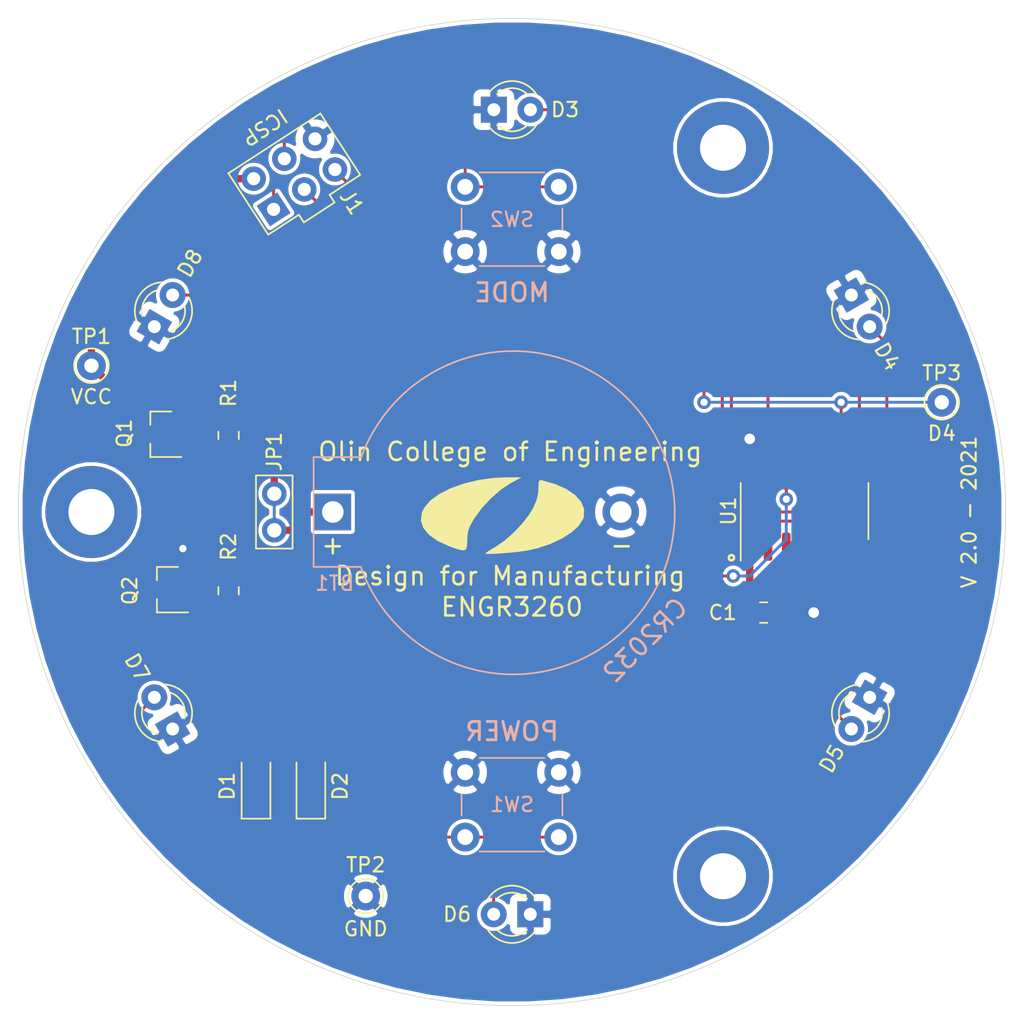
<source format=kicad_pcb>
(kicad_pcb (version 20211014) (generator pcbnew)
  (layers (0 "F.Cu" signal) (31 "B.Cu" signal) (35 "F.Paste" user) (36 "B.SilkS" user "B.Silkscreen") (37 "F.SilkS" user "F.Silkscreen") (38 "B.Mask" user) (39 "F.Mask" user) (44 "Edge.Cuts" user))
  (net 0 "")
  (net 1 "GND")
  (net 2 "Net-(D1-Pad2)")
  (net 3 "Net-(BT1-Pad1)")
  (net 4 "VCC")
  (net 5 "Net-(D1-Pad1)")
  (net 6 "POWER_BUTTON")
  (net 7 "Net-(JP1-Pad2)")
  (net 8 "KEEP_POWER_ON")
  (net 9 "~{RST}")
  (net 10 "MOSI")
  (net 11 "SCK")
  (net 12 "MISO")
  (net 13 "LED_1")
  (net 14 "LED_2")
  (net 15 "LED_3")
  (net 16 "LED_4")
  (net 17 "LED_5")
  (net 18 "LED_6")
  (footprint "@CustomFootprints:Jumper-Closed" (layer "F.Cu") (at -16.51 0 -90)
    (fp_text reference "JP1" (at -4.191 0 90) (layer "F.SilkS"))
    (fp_text value "Jumper_NC_Small")
    (fp_line (start -1.27 0) (end 1.27 0) (layer "B.Cu") (width 0.2032))
    (fp_line (start 2.54 1.27) (end 2.54 -1.27) (layer "F.SilkS") (width 0.12))
    (fp_line (start -2.54 -1.27) (end -2.54 1.27) (layer "F.SilkS") (width 0.12))
    (fp_line (start -2.54 1.27) (end 2.54 1.27) (layer "F.SilkS") (width 0.12))
    (fp_line (start 2.54 -1.27) (end -2.54 -1.27) (layer "F.SilkS") (width 0.12))
    (pad "1" thru_hole circle locked (at 1.27 0 270) (size 1.7018 1.7018) (drill 0.999998) (layers *.Cu *.Mask) (net 3 "Net-(BT1-Pad1)"))
    (pad "2" thru_hole circle locked (at -1.27 0 270) (size 1.7018 1.7018) (drill 0.999998) (layers *.Cu *.Mask) (net 7 "Net-(JP1-Pad2)"))
  )
  (footprint "Diode_SMD:D_SOD-123" (layer "F.Cu") (at -17.78 19.05 90)
    (fp_text reference "D1" (at 0 -2 90) (layer "F.SilkS"))
    (fp_text value "1N4148")
    (fp_line (start -2.25 -1) (end -2.25 1) (layer "F.SilkS") (width 0.12))
    (fp_line (start -2.25 -1) (end 1.65 -1) (layer "F.SilkS") (width 0.12))
    (fp_line (start -2.25 1) (end 1.65 1) (layer "F.SilkS") (width 0.12))
    (pad "1" smd rect locked (at -1.65 0 90) (size 0.9 1.2) (layers "F.Cu" "F.Paste" "F.Mask") (net 5 "Net-(D1-Pad1)"))
    (pad "2" smd rect locked (at 1.65 0 90) (size 0.9 1.2) (layers "F.Cu" "F.Paste" "F.Mask") (net 2 "Net-(D1-Pad2)"))
  )
  (footprint "Diode_SMD:D_SOD-123" (layer "F.Cu") (at -13.97 19.05 90)
    (fp_text reference "D2" (at 0 2.032 90) (layer "F.SilkS"))
    (fp_text value "1N4148")
    (fp_line (start -2.25 -1) (end 1.65 -1) (layer "F.SilkS") (width 0.12))
    (fp_line (start -2.25 -1) (end -2.25 1) (layer "F.SilkS") (width 0.12))
    (fp_line (start -2.25 1) (end 1.65 1) (layer "F.SilkS") (width 0.12))
    (pad "1" smd rect locked (at -1.65 0 90) (size 0.9 1.2) (layers "F.Cu" "F.Paste" "F.Mask") (net 5 "Net-(D1-Pad1)"))
    (pad "2" smd rect locked (at 1.65 0 90) (size 0.9 1.2) (layers "F.Cu" "F.Paste" "F.Mask") (net 6 "POWER_BUTTON"))
  )
  (footprint "@CustomFootprints:LED_D3.0mm" (layer "F.Cu") (at 0.009 -27.94)
    (fp_text reference "D3" (at 3.674 0) (layer "F.SilkS"))
    (fp_text value "White LED")
    (fp_line (start -1.56 1.08) (end -1.56 1.236) (layer "F.SilkS") (width 0.12))
    (fp_line (start -1.56 -1.236) (end -1.56 -1.08) (layer "F.SilkS") (width 0.12))
    (fp_arc (start -1.56 -1.235516) (mid 0.096487 -1.987659) (end 1.672335 -1.078608) (layer "F.SilkS") (width 0.12))
    (fp_arc (start -1.040961 -1.08) (mid 0.000117 -1.5) (end 1.04113 -1.079837) (layer "F.SilkS") (width 0.12))
    (fp_arc (start 1.672335 1.078608) (mid 0.096487 1.987659) (end -1.56 1.235516) (layer "F.SilkS") (width 0.12))
    (fp_arc (start 1.04113 1.079837) (mid 0.000117 1.5) (end -1.040961 1.08) (layer "F.SilkS") (width 0.12))
    (pad "1" thru_hole rect locked (at -1.27 0) (size 1.8 1.8) (drill 0.9) (layers *.Cu *.Mask) (net 1 "GND"))
    (pad "2" thru_hole circle locked (at 1.27 0) (size 1.8 1.8) (drill 0.9) (layers *.Cu *.Mask) (net 13 "LED_1"))
  )
  (footprint "@CustomFootprints:LED_D3.0mm" (layer "F.Cu") (at 24.2062 -13.97 -60)
    (fp_text reference "D4" (at 3.664031 0.003713 120) (layer "F.SilkS"))
    (fp_text value "White LED")
    (fp_line (start -1.56 1.08) (end -1.56 1.236) (layer "F.SilkS") (width 0.12))
    (fp_line (start -1.56 -1.236) (end -1.56 -1.08) (layer "F.SilkS") (width 0.12))
    (fp_arc (start 1.672335 1.078608) (mid 0.096487 1.987659) (end -1.56 1.235516) (layer "F.SilkS") (width 0.12))
    (fp_arc (start -1.040961 -1.08) (mid 0.000118 -1.5) (end 1.04113 -1.079837) (layer "F.SilkS") (width 0.12))
    (fp_arc (start 1.04113 1.079837) (mid 0.000117 1.5) (end -1.040961 1.08) (layer "F.SilkS") (width 0.12))
    (fp_arc (start -1.56 -1.235516) (mid 0.096488 -1.987659) (end 1.672335 -1.078608) (layer "F.SilkS") (width 0.12))
    (pad "1" thru_hole rect locked (at -1.27 0 300) (size 1.8 1.8) (drill 0.9) (layers *.Cu *.Mask) (net 1 "GND"))
    (pad "2" thru_hole circle locked (at 1.27 0 300) (size 1.8 1.8) (drill 0.9) (layers *.Cu *.Mask) (net 14 "LED_2"))
  )
  (footprint "Resistor_SMD:R_0805_2012Metric_Pad1.15x1.40mm_HandSolder" (layer "F.Cu") (at -19.685 -5.325 90)
    (fp_text reference "R1" (at 2.93 0 90) (layer "F.SilkS"))
    (fp_text value "680K")
    (fp_line (start -0.261252 0.71) (end 0.261252 0.71) (layer "F.SilkS") (width 0.12))
    (fp_line (start -0.261252 -0.71) (end 0.261252 -0.71) (layer "F.SilkS") (width 0.12))
    (pad "1" smd roundrect locked (at -1.025 0 90) (size 1.15 1.4) (layers "F.Cu" "F.Paste" "F.Mask") (roundrect_rratio 0.2173904348) (net 2 "Net-(D1-Pad2)"))
    (pad "2" smd roundrect locked (at 1.025 0 90) (size 1.15 1.4) (layers "F.Cu" "F.Paste" "F.Mask") (roundrect_rratio 0.2173904348) (net 7 "Net-(JP1-Pad2)"))
  )
  (footprint "TestPoint:TestPoint_THTPad_D2.0mm_Drill1.0mm" (layer "F.Cu") (at -29.21 -10.16)
    (fp_text reference "TP1" (at 0 -2.032) (layer "F.SilkS"))
    (fp_text value "VCCTestPoint")
    (fp_circle (center 0 0) (end 0 1.2) (layer "F.SilkS") (width 0.12) (fill none))
    (pad "1" thru_hole circle locked (at 0 0) (size 2 2) (drill 1) (layers *.Cu *.Mask) (net 4 "VCC"))
  )
  (footprint "TestPoint:TestPoint_THTPad_D2.0mm_Drill1.0mm" (layer "F.Cu") (at -10.16 26.67)
    (fp_text reference "TP2" (at 0 -2.159) (layer "F.SilkS"))
    (fp_text value "GndTestPoint")
    (fp_circle (center 0 0) (end 0 1.2) (layer "F.SilkS") (width 0.12) (fill none))
    (pad "1" thru_hole circle locked (at 0 0) (size 2 2) (drill 1) (layers *.Cu *.Mask) (net 1 "GND"))
  )
  (footprint "Package_SO:SOIC-14_3.9x8.7mm_P1.27mm" (layer "F.Cu") (at 20.32 -0.065 90)
    (fp_text reference "U1" (at 0 -5.28 90) (layer "F.SilkS"))
    (fp_text value "ATtiny44A-SSU")
    (fp_line (start 0 4.435) (end -1.95 4.435) (layer "F.SilkS") (width 0.12))
    (fp_line (start 0 -4.435) (end 1.95 -4.435) (layer "F.SilkS") (width 0.12))
    (fp_line (start 0 4.435) (end 1.95 4.435) (layer "F.SilkS") (width 0.12))
    (fp_line (start 0 -4.435) (end -3.45 -4.435) (layer "F.SilkS") (width 0.12))
    (pad "1" smd roundrect locked (at -2.475 -3.81 90) (size 1.95 0.6) (layers "F.Cu" "F.Paste" "F.Mask") (net 4 "VCC"))
    (pad "2" smd roundrect locked (at -2.475 -2.54 90) (size 1.95 0.6) (layers "F.Cu" "F.Paste" "F.Mask") (net 18 "LED_6"))
    (pad "3" smd roundrect locked (at -2.475 -1.27 90) (size 1.95 0.6) (layers "F.Cu" "F.Paste" "F.Mask") (net 6 "POWER_BUTTON"))
    (pad "4" smd roundrect locked (at -2.475 0 90) (size 1.95 0.6) (layers "F.Cu" "F.Paste" "F.Mask") (net 9 "~{RST}"))
    (pad "5" smd roundrect locked (at -2.475 1.27 90) (size 1.95 0.6) (layers "F.Cu" "F.Paste" "F.Mask") (net 16 "LED_4"))
    (pad "6" smd roundrect locked (at -2.475 2.54 90) (size 1.95 0.6) (layers "F.Cu" "F.Paste" "F.Mask") (net 15 "LED_3"))
    (pad "7" smd roundrect locked (at -2.475 3.81 90) (size 1.95 0.6) (layers "F.Cu" "F.Paste" "F.Mask") (net 10 "MOSI"))
    (pad "8" smd roundrect locked (at 2.475 3.81 90) (size 1.95 0.6) (layers "F.Cu" "F.Paste" "F.Mask") (net 12 "MISO"))
    (pad "9" smd roundrect locked (at 2.475 2.54 90) (size 1.95 0.6) (layers "F.Cu" "F.Paste" "F.Mask") (net 11 "SCK"))
    (pad "10" smd roundrect locked (at 2.475 1.27 90) (size 1.95 0.6) (layers "F.Cu" "F.Paste" "F.Mask") (net 14 "LED_2"))
    (pad "11" smd roundrect locked (at 2.475 0 90) (size 1.95 0.6) (layers "F.Cu" "F.Paste" "F.Mask") (net 17 "LED_5"))
    (pad "12" smd roundrect locked (at 2.475 -1.27 90) (size 1.95 0.6) (layers "F.Cu" "F.Paste" "F.Mask") (net 8 "KEEP_POWER_ON"))
    (pad "13" smd roundrect locked (at 2.475 -2.54 90) (size 1.95 0.6) (layers "F.Cu" "F.Paste" "F.Mask") (net 13 "LED_1"))
    (pad "14" smd roundrect locked (at 2.475 -3.81 90) (size 1.95 0.6) (layers "F.Cu" "F.Paste" "F.Mask") (net 1 "GND"))
  )
  (footprint "Resistor_SMD:R_0805_2012Metric_Pad1.15x1.40mm_HandSolder" (layer "F.Cu") (at -19.685 5.47 90)
    (fp_text reference "R2" (at 3.057 0 90) (layer "F.SilkS"))
    (fp_text value "680K")
    (fp_line (start -0.261252 -0.71) (end 0.261252 -0.71) (layer "F.SilkS") (width 0.12))
    (fp_line (start -0.261252 0.71) (end 0.261252 0.71) (layer "F.SilkS") (width 0.12))
    (pad "1" smd roundrect locked (at -1.025 0 90) (size 1.15 1.4) (layers "F.Cu" "F.Paste" "F.Mask") (roundrect_rratio 0.2173904348) (net 8 "KEEP_POWER_ON"))
    (pad "2" smd roundrect locked (at 1.025 0 90) (size 1.15 1.4) (layers "F.Cu" "F.Paste" "F.Mask") (roundrect_rratio 0.2173904348) (net 1 "GND"))
  )
  (footprint "Package_TO_SOT_SMD:SOT-23" (layer "F.Cu") (at -24.36 -5.4 180)
    (fp_text reference "Q1" (at 2.564 0.061 90) (layer "F.SilkS"))
    (fp_text value "IRLML2244")
    (fp_line (start 0.76 1.58) (end -0.7 1.58) (layer "F.SilkS") (width 0.12))
    (fp_line (start 0.76 -1.58) (end 0.76 -0.65) (layer "F.SilkS") (width 0.12))
    (fp_line (start 0.76 -1.58) (end -1.4 -1.58) (layer "F.SilkS") (width 0.12))
    (fp_line (start 0.76 1.58) (end 0.76 0.65) (layer "F.SilkS") (width 0.12))
    (pad "1" smd rect locked (at -1 -0.95 180) (size 0.9 0.8) (layers "F.Cu" "F.Paste" "F.Mask") (net 2 "Net-(D1-Pad2)"))
    (pad "2" smd rect locked (at -1 0.95 180) (size 0.9 0.8) (layers "F.Cu" "F.Paste" "F.Mask") (net 7 "Net-(JP1-Pad2)"))
    (pad "3" smd rect locked (at 1 0 180) (size 0.9 0.8) (layers "F.Cu" "F.Paste" "F.Mask") (net 4 "VCC"))
  )
  (footprint "TestPoint:TestPoint_THTPad_D2.0mm_Drill1.0mm" (layer "F.Cu") (at 29.845 -7.62)
    (fp_text reference "TP3" (at 0 -2.032) (layer "F.SilkS"))
    (fp_text value "D8TestPoint")
    (fp_circle (center 0 0) (end 0 1.2) (layer "F.SilkS") (width 0.12) (fill none))
    (pad "1" thru_hole circle locked (at 0 0) (size 2 2) (drill 1) (layers *.Cu *.Mask) (net 11 "SCK"))
  )
  (footprint "@CustomFootprints:LED_D3.0mm" (layer "F.Cu") (at 0 27.94 180)
    (fp_text reference "D6" (at 3.81 0) (layer "F.SilkS"))
    (fp_text value "White LED")
    (fp_line (start -1.56 -1.236) (end -1.56 -1.08) (layer "F.SilkS") (width 0.12))
    (fp_line (start -1.56 1.08) (end -1.56 1.236) (layer "F.SilkS") (width 0.12))
    (fp_arc (start 1.04113 1.079837) (mid 0.000117 1.5) (end -1.040961 1.08) (layer "F.SilkS") (width 0.12))
    (fp_arc (start -1.56 -1.235516) (mid 0.096487 -1.987659) (end 1.672335 -1.078608) (layer "F.SilkS") (width 0.12))
    (fp_arc (start -1.040961 -1.08) (mid 0.000117 -1.5) (end 1.04113 -1.079837) (layer "F.SilkS") (width 0.12))
    (fp_arc (start 1.672335 1.078608) (mid 0.096487 1.987659) (end -1.56 1.235516) (layer "F.SilkS") (width 0.12))
    (pad "1" thru_hole rect locked (at -1.27 0 180) (size 1.8 1.8) (drill 0.9) (layers *.Cu *.Mask) (net 1 "GND"))
    (pad "2" thru_hole circle locked (at 1.27 0 180) (size 1.8 1.8) (drill 0.9) (layers *.Cu *.Mask) (net 16 "LED_4"))
  )
  (footprint "@CustomFootprints:LED_D3.0mm" (layer "F.Cu") (at -24.2062 13.97 120)
    (fp_text reference "D7" (at 3.664031 0.003713 120) (layer "F.SilkS"))
    (fp_text value "White LED")
    (fp_line (start -1.56 1.08) (end -1.56 1.236) (layer "F.SilkS") (width 0.12))
    (fp_line (start -1.56 -1.236) (end -1.56 -1.08) (layer "F.SilkS") (width 0.12))
    (fp_arc (start 1.04113 1.079837) (mid 0.000117 1.5) (end -1.040961 1.08) (layer "F.SilkS") (width 0.12))
    (fp_arc (start -1.040961 -1.08) (mid 0.000118 -1.5) (end 1.04113 -1.079837) (layer "F.SilkS") (width 0.12))
    (fp_arc (start -1.56 -1.235516) (mid 0.096488 -1.987659) (end 1.672335 -1.078608) (layer "F.SilkS") (width 0.12))
    (fp_arc (start 1.672335 1.078608) (mid 0.096487 1.987659) (end -1.56 1.235516) (layer "F.SilkS") (width 0.12))
    (pad "1" thru_hole rect locked (at -1.27 0 120) (size 1.8 1.8) (drill 0.9) (layers *.Cu *.Mask) (net 1 "GND"))
    (pad "2" thru_hole circle locked (at 1.27 0 120) (size 1.8 1.8) (drill 0.9) (layers *.Cu *.Mask) (net 17 "LED_5"))
  )
  (footprint "@CustomFootprints:LED_D3.0mm" (layer "F.Cu") (at -24.2062 -13.97 60)
    (fp_text reference "D8" (at 3.786716 -0.045216 60) (layer "F.SilkS"))
    (fp_text value "White LED")
    (fp_line (start -1.56 -1.236) (end -1.56 -1.08) (layer "F.SilkS") (width 0.12))
    (fp_line (start -1.56 1.08) (end -1.56 1.236) (layer "F.SilkS") (width 0.12))
    (fp_arc (start 1.672335 1.078608) (mid 0.096487 1.987659) (end -1.56 1.235516) (layer "F.SilkS") (width 0.12))
    (fp_arc (start -1.56 -1.235516) (mid 0.096488 -1.987659) (end 1.672335 -1.078608) (layer "F.SilkS") (width 0.12))
    (fp_arc (start 1.04113 1.079837) (mid 0.000117 1.5) (end -1.040961 1.08) (layer "F.SilkS") (width 0.12))
    (fp_arc (start -1.040961 -1.08) (mid 0.000118 -1.5) (end 1.04113 -1.079837) (layer "F.SilkS") (width 0.12))
    (pad "1" thru_hole rect locked (at -1.27 0 60) (size 1.8 1.8) (drill 0.9) (layers *.Cu *.Mask) (net 1 "GND"))
    (pad "2" thru_hole circle locked (at 1.27 0 60) (size 1.8 1.8) (drill 0.9) (layers *.Cu *.Mask) (net 18 "LED_6"))
  )
  (footprint "@CustomFootprints:LED_D3.0mm" (layer "F.Cu") (at 24.2062 13.97 -120)
    (fp_text reference "D5" (at 3.740231 0.12827 60) (layer "F.SilkS"))
    (fp_text value "White LED")
    (fp_line (start -1.56 1.08) (end -1.56 1.236) (layer "F.SilkS") (width 0.12))
    (fp_line (start -1.56 -1.236) (end -1.56 -1.08) (layer "F.SilkS") (width 0.12))
    (fp_arc (start 1.672335 1.078608) (mid 0.096487 1.987659) (end -1.56 1.235516) (layer "F.SilkS") (width 0.12))
    (fp_arc (start -1.56 -1.235516) (mid 0.096488 -1.987659) (end 1.672335 -1.078608) (layer "F.SilkS") (width 0.12))
    (fp_arc (start 1.04113 1.079837) (mid 0.000117 1.5) (end -1.040961 1.08) (layer "F.SilkS") (width 0.12))
    (fp_arc (start -1.040961 -1.08) (mid 0.000118 -1.5) (end 1.04113 -1.079837) (layer "F.SilkS") (width 0.12))
    (pad "1" thru_hole rect locked (at -1.27 0 240) (size 1.8 1.8) (drill 0.9) (layers *.Cu *.Mask) (net 1 "GND"))
    (pad "2" thru_hole circle locked (at 1.27 0 240) (size 1.8 1.8) (drill 0.9) (layers *.Cu *.Mask) (net 15 "LED_3"))
  )
  (footprint "@CustomFootprints:ICSP" (layer "F.Cu") (at -16.557423 -21.019417 123)
    (fp_text reference "J1" (at -2.54 4.826 123) (layer "F.SilkS"))
    (fp_text value "ISP Connector")
    (fp_line (start -1.27 6.35) (end 3.81 6.35) (layer "F.SilkS") (width 0.12))
    (fp_line (start -1.905 3.81) (end -1.27 3.81) (layer "F.SilkS") (width 0.12))
    (fp_line (start -1.27 -1.27) (end -1.27 1.27) (layer "F.SilkS") (width 0.12))
    (fp_line (start 3.81 -1.27) (end -1.27 -1.27) (layer "F.SilkS") (width 0.12))
    (fp_line (start -1.27 1.27) (end -1.905 1.27) (layer "F.SilkS") (width 0.12))
    (fp_line (start -1.905 1.27) (end -1.905 3.81) (layer "F.SilkS") (width 0.12))
    (fp_line (start 3.81 6.35) (end 3.81 -1.27) (layer "F.SilkS") (width 0.12))
    (fp_line (start -1.27 3.81) (end -1.27 6.35) (layer "F.SilkS") (width 0.12))
    (pad "1" thru_hole rect locked (at 0 0 123) (size 1.7 1.7) (drill 0.9144) (layers *.Cu *.Mask) (net 12 "MISO"))
    (pad "2" thru_hole oval locked (at 2.54 0 123) (size 1.7 1.7) (drill 0.9144) (layers *.Cu *.Mask) (net 4 "VCC"))
    (pad "3" thru_hole oval locked (at 0 2.54 123) (size 1.7 1.7) (drill 0.9144) (layers *.Cu *.Mask) (net 11 "SCK"))
    (pad "4" thru_hole oval locked (at 2.54 2.54 123) (size 1.7 1.7) (drill 0.9144) (layers *.Cu *.Mask) (net 10 "MOSI"))
    (pad "5" thru_hole oval locked (at 0 5.08 123) (size 1.7 1.7) (drill 0.9144) (layers *.Cu *.Mask) (net 9 "~{RST}"))
    (pad "6" thru_hole oval locked (at 2.54 5.08 123) (size 1.7 1.7) (drill 0.9144) (layers *.Cu *.Mask) (net 1 "GND"))
  )
  (footprint "Capacitor_SMD:C_0805_2012Metric" (layer "F.Cu") (at 17.4775 6.985)
    (fp_text reference "C1" (at -2.8425 0) (layer "F.SilkS"))
    (fp_text value "100nf")
    (fp_line (start -0.258578 -0.71) (end 0.258578 -0.71) (layer "F.SilkS") (width 0.12))
    (fp_line (start -0.258578 0.71) (end 0.258578 0.71) (layer "F.SilkS") (width 0.12))
    (pad "1" smd roundrect locked (at -0.9375 0) (size 0.975 1.4) (layers "F.Cu" "F.Paste" "F.Mask") (net 4 "VCC"))
    (pad "2" smd roundrect locked (at 0.9375 0) (size 0.975 1.4) (layers "F.Cu" "F.Paste" "F.Mask") (net 1 "GND"))
  )
  (footprint "Package_TO_SOT_SMD:SOT-23" (layer "F.Cu") (at -23.9 5.395 180)
    (fp_text reference "Q2" (at 2.643 -0.066 90) (layer "F.SilkS"))
    (fp_text value "IRLML6244")
    (fp_line (start 0.76 1.58) (end 0.76 0.65) (layer "F.SilkS") (width 0.12))
    (fp_line (start 0.76 -1.58) (end -1.4 -1.58) (layer "F.SilkS") (width 0.12))
    (fp_line (start 0.76 -1.58) (end 0.76 -0.65) (layer "F.SilkS") (width 0.12))
    (fp_line (start 0.76 1.58) (end -0.7 1.58) (layer "F.SilkS") (width 0.12))
    (pad "1" smd rect locked (at -1 -0.95 180) (size 0.9 0.8) (layers "F.Cu" "F.Paste" "F.Mask") (net 8 "KEEP_POWER_ON"))
    (pad "2" smd rect locked (at -1 0.95 180) (size 0.9 0.8) (layers "F.Cu" "F.Paste" "F.Mask") (net 1 "GND"))
    (pad "3" smd rect locked (at 1 0 180) (size 0.9 0.8) (layers "F.Cu" "F.Paste" "F.Mask") (net 2 "Net-(D1-Pad2)"))
  )
  (footprint "MountingHole:MountingHole_3.2mm_M3_Pad" (layer "F.Cu") (at 14.6558 -25.2984)
    (fp_text reference "" hide)
    (fp_text value "MountingHole_3.2mm_M3_Pad" hide)
    (pad "1" thru_hole circle locked (at 0 0) (size 6.4 6.4) (drill 3.2) (layers *.Cu *.Mask))
  )
  (footprint "MountingHole:MountingHole_3.2mm_M3_Pad" (layer "F.Cu") (at -29.21 0)
    (fp_text reference "" hide)
    (fp_text value "MountingHole_3.2mm_M3_Pad" hide)
    (pad "1" thru_hole circle locked (at 0 0) (size 6.4 6.4) (drill 3.2) (layers *.Cu *.Mask))
  )
  (footprint "MountingHole:MountingHole_3.2mm_M3_Pad" (layer "F.Cu") (at 14.6558 25.2984)
    (fp_text reference "" hide)
    (fp_text value "MountingHole_3.2mm_M3_Pad" hide)
    (pad "1" thru_hole circle locked (at 0 0) (size 6.4 6.4) (drill 3.2) (layers *.Cu *.Mask))
  )
  (footprint "@CustomFootprints:OlinLogo" (layer "F.Cu") (at -0.635 0.254)
    (fp_text reference "" (at -1.27 5.08) (layer "F.SilkS") (effects (font (size 1.524 1.524) (thickness 0.3))))
    (fp_text value "" (at 5.08 5.08) (layer "F.SilkS") (effects (font (size 1.524 1.524) (thickness 0.3))))
    (fp_poly (pts (xy 1.27 -2.654506) (xy 0.544862 -2.264634) (xy -0.123336 -1.822159) (xy -0.812271 -1.222684) (xy -1.453296 -0.533998) (xy -1.977764 0.176113) (xy -2.056191 0.303841) (xy -2.301376 0.757628) (xy -2.430468 1.132293) (xy -2.476735 1.538995) (xy -2.479524 1.718282) (xy -2.491918 2.094669) (xy -2.555099 2.320607) (xy -2.708067 2.40935) (xy -2.989823 2.374153) (xy -3.439365 2.22827) (xy -3.699311 2.132824) (xy -4.520992 1.75774) (xy -5.130593 1.327239) (xy -5.52175 0.851097) (xy -5.688099 0.339091) (xy -5.623274 -0.199004) (xy -5.452703 -0.560514) (xy -5.026734 -1.055863) (xy -4.398237 -1.508866) (xy -3.604907 -1.90565) (xy -2.68444 -2.232344) (xy -1.67453 -2.475075) (xy -0.612874 -2.619973) (xy 0.241905 -2.656141) (xy 1.27 -2.654506)) (layer "F.SilkS") (width 0.01) (fill solid))
    (fp_poly (pts (xy 2.715365 -2.450559) (xy 3.646923 -2.185743) (xy 4.420796 -1.840218) (xy 5.021311 -1.428846) (xy 5.432793 -0.966492) (xy 5.639569 -0.468018) (xy 5.625964 0.051712) (xy 5.561255 0.248071) (xy 5.255731 0.713447) (xy 4.74883 1.169896) (xy 4.080682 1.594574) (xy 3.291412 1.964635) (xy 2.42115 2.257236) (xy 1.769513 2.406649) (xy 1.353274 2.471038) (xy 0.846597 2.53163) (xy 0.30214 2.584478) (xy -0.22744 2.625638) (xy -0.689487 2.651162) (xy -1.031342 2.657105) (xy -1.200348 2.639523) (xy -1.209524 2.629874) (xy -1.112431 2.541333) (xy -0.858283 2.374343) (xy -0.514048 2.171909) (xy 0.107068 1.747912) (xy 0.753008 1.181088) (xy 1.358713 0.538658) (xy 1.859124 -0.112161) (xy 2.116666 -0.546147) (xy 2.361164 -1.125298) (xy 2.464988 -1.640654) (xy 2.473461 -1.887355) (xy 2.47928 -2.248713) (xy 2.521629 -2.422996) (xy 2.623903 -2.464678) (xy 2.715365 -2.450559)) (layer "F.SilkS") (width 0.01) (fill solid))
  )
  (footprint "@CustomFootprints:BS_7_ND_for_CR2032" (layer "B.Cu") (at -12.446 0)
    (fp_text reference "BT1" (at 0.127 4.953) (layer "B.SilkS") (effects (justify mirror)))
    (fp_text value "CR2032_Holder")
    (fp_line (start -1.33 -3.81) (end -1.33 3.81) (layer "B.SilkS") (width 0.12))
    (fp_line (start -1.33 -3.81) (end 1.905 -3.81) (layer "B.SilkS") (width 0.12))
    (fp_line (start -1.33 3.81) (end 1.905 3.81) (layer "B.SilkS") (width 0.12))
    (fp_arc (start 1.981201 -3.81) (mid 23.747872 0.10292) (end 1.945805 3.813553) (layer "B.SilkS") (width 0.12))
    (pad "1" thru_hole rect locked (at 0 0 90) (size 2.54 2.54) (drill 1.4986) (layers *.Cu *.Mask) (net 3 "Net-(BT1-Pad1)"))
    (pad "2" thru_hole circle locked (at 20 0 90) (size 2.54 2.54) (drill 1.4986) (layers *.Cu *.Mask) (net 1 "GND"))
  )
  (footprint "Button_Switch_THT:SW_PUSH_6mm" (layer "B.Cu") (at -3.2512 22.5806)
    (fp_text reference "SW1" (at 3.2512 -2.2606) (layer "B.SilkS") (effects (justify mirror)))
    (fp_text value "POWER")
    (fp_line (start 6.75 -3) (end 6.75 -1.5) (layer "B.SilkS") (width 0.12))
    (fp_line (start -0.25 -1.5) (end -0.25 -3) (layer "B.SilkS") (width 0.12))
    (fp_line (start 5.5 1) (end 1 1) (layer "B.SilkS") (width 0.12))
    (fp_line (start 1 -5.5) (end 5.5 -5.5) (layer "B.SilkS") (width 0.12))
    (pad "1" thru_hole circle locked (at 0 0 270) (size 2 2) (drill 1.1) (layers *.Cu *.Mask) (net 5 "Net-(D1-Pad1)"))
    (pad "1" thru_hole circle locked (at 6.5 0 270) (size 2 2) (drill 1.1) (layers *.Cu *.Mask) (net 5 "Net-(D1-Pad1)"))
    (pad "2" thru_hole circle locked (at 6.5 -4.5 270) (size 2 2) (drill 1.1) (layers *.Cu *.Mask) (net 1 "GND"))
    (pad "2" thru_hole circle locked (at 0 -4.5 270) (size 2 2) (drill 1.1) (layers *.Cu *.Mask) (net 1 "GND"))
  )
  (footprint "Button_Switch_THT:SW_PUSH_6mm" (layer "B.Cu") (at -3.2512 -18.0848)
    (fp_text reference "SW2" (at 3.2512 -2.2352) (layer "B.SilkS") (effects (justify mirror)))
    (fp_text value "MODE")
    (fp_line (start 6.75 -3) (end 6.75 -1.5) (layer "B.SilkS") (width 0.12))
    (fp_line (start -0.25 -1.5) (end -0.25 -3) (layer "B.SilkS") (width 0.12))
    (fp_line (start 5.5 1) (end 1 1) (layer "B.SilkS") (width 0.12))
    (fp_line (start 1 -5.5) (end 5.5 -5.5) (layer "B.SilkS") (width 0.12))
    (pad "1" thru_hole circle locked (at 6.5 0 270) (size 2 2) (drill 1.1) (layers *.Cu *.Mask) (net 1 "GND"))
    (pad "1" thru_hole circle locked (at 0 0 270) (size 2 2) (drill 1.1) (layers *.Cu *.Mask) (net 1 "GND"))
    (pad "2" thru_hole circle locked (at 6.5 -4.5 270) (size 2 2) (drill 1.1) (layers *.Cu *.Mask) (net 12 "MISO"))
    (pad "2" thru_hole circle locked (at 0 -4.5 270) (size 2 2) (drill 1.1) (layers *.Cu *.Mask) (net 12 "MISO"))
  )
  (gr_circle (center 15.24 3.175) (end 15.419605 3.175) (layer "F.SilkS") (width 0.1778) (fill none))
  (gr_circle (center 0 0) (end 34.29 0) (layer "Edge.Cuts") (width 0.05) (fill none))
  (gr_text "CR2032" (at 9.271 8.89 45) (layer "B.SilkS") (effects (font (size 1.27 1.27) (thickness 0.1778)) (justify mirror)))
  (gr_text "POWER" (at 0 15.24) (layer "B.SilkS") (effects (font (size 1.27 1.27) (thickness 0.2032)) (justify mirror)))
  (gr_text "MODE" (at 0 -15.24) (layer "B.SilkS") (effects (font (size 1.27 1.27) (thickness 0.2032)) (justify mirror)))
  (gr_text "Olin College of Engineering" (at -0.127 -4.191) (layer "F.SilkS") (effects (font (size 1.27 1.27) (thickness 0.1778))))
  (gr_text "Design for Manufacturing" (at -0.127 4.445) (layer "F.SilkS") (effects (font (size 1.27 1.27) (thickness 0.1778))))
  (gr_text "ENGR3260" (at 0 6.604) (layer "F.SilkS") (effects (font (size 1.27 1.27) (thickness 0.1778))))
  (gr_text "VCC" (at -29.21 -8.001) (layer "F.SilkS") (effects (font (size 1 1))))
  (gr_text "+" (at -12.446 2.286) (layer "F.SilkS") (effects (font (size 1.27 1.27) (thickness 0.1778))))
  (gr_text "D4" (at 29.845 -5.461) (layer "F.SilkS") (effects (font (size 1 1))))
  (gr_text "-" (at 7.62 2.286) (layer "F.SilkS") (effects (font (size 1.27 1.27) (thickness 0.1778))))
  (gr_text "GND" (at -10.16 28.956) (layer "F.SilkS") (effects (font (size 1 1))))
  (gr_text "V 2.0 - 2021" (at 31.75 0 90) (layer "F.SilkS") (effects (font (size 1 1))))
  (gr_text "ICSP" (at -17.1958 -26.7208 -147) (layer "F.SilkS") (effects (font (size 1 1))))
  (segment (start 18.415 6.985) (end 20.955 6.985) (width 0.508) (layer "F.Cu") (net 1))
  (segment (start -22.9 2.58) (end -22.86 2.54) (width 0.2032) (layer "F.Cu") (net 1))
  (segment (start -22.9 4.445) (end -19.685 4.445) (width 0.2032) (layer "F.Cu") (net 1))
  (segment (start 16.51 -2.54) (end 16.51 -5.08) (width 0.508) (layer "F.Cu") (net 1))
  (segment (start -22.9 4.445) (end -22.9 2.58) (width 0.2032) (layer "F.Cu") (net 1))
  (via (at -22.86 2.54) (size 0.9398) (drill 0.508) (layers "F.Cu" "B.Cu") (net 1))
  (via (at 16.51 -5.08) (size 1.4224) (drill 0.7366) (layers "F.Cu" "B.Cu") (net 1))
  (via (at 20.955 6.985) (size 1.4224) (drill 0.7366) (layers "F.Cu" "B.Cu") (net 1))
  (segment (start -24.9 7.485) (end -17.78 14.605) (width 0.2032) (layer "F.Cu") (net 2))
  (segment (start -23.36 1.008) (end -24.9 2.548) (width 0.2032) (layer "F.Cu") (net 2))
  (segment (start -19.835 -4.45) (end -19.685 -4.3) (width 0.2032) (layer "F.Cu") (net 2))
  (segment (start -17.78 14.605) (end -17.78 17.4) (width 0.2032) (layer "F.Cu") (net 2))
  (segment (start -23.36 -4.45) (end -23.36 1.008) (width 0.2032) (layer "F.Cu") (net 2))
  (segment (start -24.9 2.548) (end -24.9 5.395) (width 0.2032) (layer "F.Cu") (net 2))
  (segment (start -23.36 -4.45) (end -19.835 -4.45) (width 0.2032) (layer "F.Cu") (net 2))
  (segment (start -24.9 5.395) (end -24.9 7.485) (width 0.2032) (layer "F.Cu") (net 2))
  (segment (start -12.446 0) (end -14.097 0) (width 0.508) (layer "F.Cu") (net 3))
  (segment (start -15.367 1.27) (end -16.51 1.27) (width 0.508) (layer "F.Cu") (net 3))
  (segment (start -14.097 0) (end -15.367 1.27) (width 0.508) (layer "F.Cu") (net 3))
  (segment (start -0.505 2.41) (end 12.83 2.41) (width 0.508) (layer "F.Cu") (net 4))
  (segment (start -11.17 -8.255) (end -0.505 2.41) (width 0.508) (layer "F.Cu") (net 4))
  (segment (start -19.39536 -23.14964) (end -17.940806 -23.14964) (width 0.508) (layer "F.Cu") (net 4))
  (segment (start -25.36 -5.4) (end -25.36 -8.215) (width 0.508) (layer "F.Cu") (net 4))
  (segment (start -27.305 -8.255) (end -25.4 -8.255) (width 0.508) (layer "F.Cu") (net 4))
  (segment (start 16.51 6.955) (end 16.54 6.985) (width 0.508) (layer "F.Cu") (net 4))
  (segment (start -29.21 -10.16) (end -27.305 -8.255) (width 0.508) (layer "F.Cu") (net 4))
  (segment (start -25.36 -8.215) (end -25.4 -8.255) (width 0.508) (layer "F.Cu") (net 4))
  (segment (start -25.4 -8.255) (end -11.17 -8.255) (width 0.508) (layer "F.Cu") (net 4))
  (segment (start -29.21 -10.16) (end -29.21 -13.335) (width 0.508) (layer "F.Cu") (net 4))
  (segment (start 16.51 2.41) (end 12.83 2.41) (width 0.508) (layer "F.Cu") (net 4))
  (segment (start 16.51 2.475) (end 16.51 6.955) (width 0.508) (layer "F.Cu") (net 4))
  (segment (start -29.21 -13.335) (end -19.39536 -23.14964) (width 0.508) (layer "F.Cu") (net 4))
  (segment (start -13.97 20.7) (end -9.78 20.7) (width 0.2032) (layer "F.Cu") (net 5))
  (segment (start -3.2512 22.5806) (end 3.2488 22.5806) (width 0.2032) (layer "F.Cu") (net 5))
  (segment (start -7.8994 22.5806) (end -3.2512 22.5806) (width 0.2032) (layer "F.Cu") (net 5))
  (segment (start -17.78 20.7) (end -13.97 20.7) (width 0.2032) (layer "F.Cu") (net 5))
  (segment (start -9.78 20.7) (end -7.8994 22.5806) (width 0.2032) (layer "F.Cu") (net 5))
  (segment (start 19.05 3.81) (end 19.685 4.445) (width 0.2032) (layer "F.Cu") (net 6))
  (segment (start 19.685 4.445) (end 20.955 4.445) (width 0.2032) (layer "F.Cu") (net 6))
  (segment (start 19.05 2.41) (end 19.05 3.81) (width 0.2032) (layer "F.Cu") (net 6))
  (segment (start -13.335 15.24) (end -13.97 15.875) (width 0.2032) (layer "F.Cu") (net 6))
  (segment (start 22.225 5.715) (end 22.225 10.16) (width 0.2032) (layer "F.Cu") (net 6))
  (segment (start 20.955 4.445) (end 22.225 5.715) (width 0.2032) (layer "F.Cu") (net 6))
  (segment (start -13.97 15.875) (end -13.97 17.4) (width 0.2032) (layer "F.Cu") (net 6))
  (segment (start 17.145 15.24) (end -13.335 15.24) (width 0.2032) (layer "F.Cu") (net 6))
  (segment (start 22.225 10.16) (end 17.145 15.24) (width 0.2032) (layer "F.Cu") (net 6))
  (segment (start -17.145 -6.35) (end -16.51 -5.715) (width 0.508) (layer "F.Cu") (net 7))
  (segment (start -16.51 -5.715) (end -16.51 -1.27) (width 0.508) (layer "F.Cu") (net 7))
  (segment (start -23.36 -6.35) (end -19.685 -6.35) (width 0.508) (layer "F.Cu") (net 7))
  (segment (start -19.685 -6.35) (end -17.145 -6.35) (width 0.508) (layer "F.Cu") (net 7))
  (segment (start 19.05 -2.54) (end 19.05 -0.889) (width 0.2032) (layer "F.Cu") (net 8))
  (segment (start -0.635 4.445) (end 15.367 4.445) (width 0.2032) (layer "F.Cu") (net 8))
  (segment (start -22.9 6.345) (end -19.835 6.345) (width 0.2032) (layer "F.Cu") (net 8))
  (segment (start -2.685 6.495) (end -0.635 4.445) (width 0.2032) (layer "F.Cu") (net 8))
  (segment (start -19.685 6.495) (end -2.685 6.495) (width 0.2032) (layer "F.Cu") (net 8))
  (segment (start -19.835 6.345) (end -19.685 6.495) (width 0.2032) (layer "F.Cu") (net 8))
  (via (at 15.367 4.445) (size 0.9398) (drill 0.508) (layers "F.Cu" "B.Cu") (net 8))
  (via (at 19.05 -0.889) (size 0.9398) (drill 0.508) (layers "F.Cu" "B.Cu") (net 8))
  (segment (start 19.05 -0.889) (end 19.05 1.905) (width 0.2032) (layer "B.Cu") (net 8))
  (segment (start 19.05 1.905) (end 16.51 4.445) (width 0.2032) (layer "B.Cu") (net 8))
  (segment (start 16.51 4.445) (end 15.367 4.445) (width 0.2032) (layer "B.Cu") (net 8))
  (segment (start 17.78 0.635) (end 17.145 0) (width 0.2032) (layer "F.Cu") (net 9))
  (segment (start 14.605 -14.605) (end 8.89 -20.32) (width 0.2032) (layer "F.Cu") (net 9))
  (segment (start -12.296977 -23.726977) (end -12.296977 -23.786183) (width 0.2032) (layer "F.Cu") (net 9))
  (segment (start 20.32 1.27) (end 19.685 0.635) (width 0.2032) (layer "F.Cu") (net 9))
  (segment (start 14.605 -0.635) (end 14.605 -14.605) (width 0.2032) (layer "F.Cu") (net 9))
  (segment (start 8.89 -20.32) (end -8.89 -20.32) (width 0.2032) (layer "F.Cu") (net 9))
  (segment (start 19.685 0.635) (end 17.78 0.635) (width 0.2032) (layer "F.Cu") (net 9))
  (segment (start -8.89 -20.32) (end -12.296977 -23.726977) (width 0.2032) (layer "F.Cu") (net 9))
  (segment (start 17.145 0) (end 15.24 0) (width 0.2032) (layer "F.Cu") (net 9))
  (segment (start 20.32 2.41) (end 20.32 1.27) (width 0.2032) (layer "F.Cu") (net 9))
  (segment (start 15.24 0) (end 14.605 -0.635) (width 0.2032) (layer "F.Cu") (net 9))
  (segment (start 19.685 0) (end 20.32 0.635) (width 0.2032) (layer "F.Cu") (net 10))
  (segment (start -12.7 -27.94) (end -5.715 -20.955) (width 0.2032) (layer "F.Cu") (net 10))
  (segment (start 20.32 0.635) (end 23.495 0.635) (width 0.2032) (layer "F.Cu") (net 10))
  (segment (start 24.13 1.27) (end 24.13 2.41) (width 0.2032) (layer "F.Cu") (net 10))
  (segment (start -15.810583 -24.533023) (end -15.810583 -26.734417) (width 0.2032) (layer "F.Cu") (net 10))
  (segment (start 15.24 -15.24) (end 15.24 -1.27) (width 0.2032) (layer "F.Cu") (net 10))
  (segment (start 17.145 -0.635) (end 17.78 0) (width 0.2032) (layer "F.Cu") (net 10))
  (segment (start 17.78 0) (end 19.685 0) (width 0.2032) (layer "F.Cu") (net 10))
  (segment (start -13.97 -27.94) (end -12.7 -27.94) (width 0.2032) (layer "F.Cu") (net 10))
  (segment (start 15.24 -1.27) (end 15.875 -0.635) (width 0.2032) (layer "F.Cu") (net 10))
  (segment (start 9.525 -20.955) (end 15.24 -15.24) (width 0.2032) (layer "F.Cu") (net 10))
  (segment (start -15.810583 -26.734417) (end -13.97 -27.94) (width 0.2032) (layer "F.Cu") (net 10))
  (segment (start 23.495 0.635) (end 24.13 1.27) (width 0.2032) (layer "F.Cu") (net 10))
  (segment (start 15.875 -0.635) (end 17.145 -0.635) (width 0.2032) (layer "F.Cu") (net 10))
  (segment (start -5.715 -20.955) (end 9.525 -20.955) (width 0.2032) (layer "F.Cu") (net 10))
  (segment (start 22.86 -7.62) (end 22.86 -2.54) (width 0.2032) (layer "F.Cu") (net 11))
  (segment (start 13.335 -13.97) (end 11.43 -15.875) (width 0.2032) (layer "F.Cu") (net 11))
  (segment (start -7.8994 -15.875) (end -14.4272 -22.4028) (width 0.2032) (layer "F.Cu") (net 11))
  (segment (start 13.335 -7.62) (end 13.335 -13.97) (width 0.2032) (layer "F.Cu") (net 11))
  (segment (start 11.43 -15.875) (end -7.8994 -15.875) (width 0.2032) (layer "F.Cu") (net 11))
  (via (at 13.335 -7.62) (size 0.9398) (drill 0.508) (layers "F.Cu" "B.Cu") (net 11))
  (via (at 22.86 -7.62) (size 0.9398) (drill 0.508) (layers "F.Cu" "B.Cu") (net 11))
  (segment (start 22.86 -7.62) (end 13.335 -7.62) (width 0.2032) (layer "B.Cu") (net 11))
  (segment (start 22.86 -7.62) (end 29.845 -7.62) (width 0.2032) (layer "B.Cu") (net 11))
  (segment (start -14.224 -28.575) (end -3.3274 -28.575) (width 0.2032) (layer "F.Cu") (net 12))
  (segment (start -2.54 -30.48) (end -3.2512 -29.7688) (width 0.2032) (layer "F.Cu") (net 12))
  (segment (start 24.13 -8.89) (end 2.54 -30.48) (width 0.2032) (layer "F.Cu") (net 12))
  (segment (start -3.2512 -29.7688) (end -3.2512 -22.5848) (width 0.2032) (layer "F.Cu") (net 12))
  (segment (start 24.13 -2.54) (end 24.13 -8.89) (width 0.2032) (layer "F.Cu") (net 12))
  (segment (start -16.557423 -21.019417) (end -16.557423 -23.339223) (width 0.2032) (layer "F.Cu") (net 12))
  (segment (start -17.248885 -26.566115) (end -14.224 -28.575) (width 0.2032) (layer "F.Cu") (net 12))
  (segment (start -3.2512 -22.5848) (end 3.2488 -22.5848) (width 0.2032) (layer "F.Cu") (net 12))
  (segment (start -17.248885 -24.437085) (end -17.248885 -26.566115) (width 0.2032) (layer "F.Cu") (net 12))
  (segment (start 2.54 -30.48) (end -2.54 -30.48) (width 0.2032) (layer "F.Cu") (net 12))
  (segment (start -16.557423 -23.339223) (end -17.248885 -24.437085) (width 0.2032) (layer "F.Cu") (net 12))
  (segment (start -3.3274 -28.575) (end -3.2512 -28.4988) (width 0.2032) (layer "F.Cu") (net 12))
  (segment (start 3.81 -27.94) (end 17.78 -13.97) (width 0.2032) (layer "F.Cu") (net 13))
  (segment (start 1.279 -27.94) (end 3.81 -27.94) (width 0.2032) (layer "F.Cu") (net 13))
  (segment (start 17.78 -13.97) (end 17.78 -2.54) (width 0.2032) (layer "F.Cu") (net 13))
  (segment (start 26.035 -1.27) (end 26.035 -11.676348) (width 0.2032) (layer "F.Cu") (net 14))
  (segment (start 22.225 -0.635) (end 25.4 -0.635) (width 0.2032) (layer "F.Cu") (net 14))
  (segment (start 25.4 -0.635) (end 26.035 -1.27) (width 0.2032) (layer "F.Cu") (net 14))
  (segment (start 26.035 -11.676348) (end 24.8412 -12.870148) (width 0.2032) (layer "F.Cu") (net 14))
  (segment (start 21.59 -2.54) (end 21.59 -1.27) (width 0.2032) (layer "F.Cu") (net 14))
  (segment (start 21.59 -1.27) (end 22.225 -0.635) (width 0.2032) (layer "F.Cu") (net 14))
  (segment (start 22.479 13.977652) (end 22.479 11.811) (width 0.2032) (layer "F.Cu") (net 15))
  (segment (start 22.479 11.811) (end 23.495 10.795) (width 0.2032) (layer "F.Cu") (net 15))
  (segment (start 23.495 10.795) (end 23.495 5.08) (width 0.2032) (layer "F.Cu") (net 15))
  (segment (start 23.495 5.08) (end 22.86 4.445) (width 0.2032) (layer "F.Cu") (net 15))
  (segment (start 23.5712 15.069852) (end 22.479 13.977652) (width 0.2032) (layer "F.Cu") (net 15))
  (segment (start 22.86 4.445) (end 22.86 2.41) (width 0.2032) (layer "F.Cu") (net 15))
  (segment (start -0.762 26.035) (end 3.556 26.035) (width 0.2032) (layer "F.Cu") (net 16))
  (segment (start 13.537522 16.053478) (end 17.577478 16.053478) (width 0.2032) (layer "F.Cu") (net 16))
  (segment (start 17.577478 16.053478) (end 22.86 10.770957) (width 0.2032) (layer "F.Cu") (net 16))
  (segment (start -1.27 26.543) (end -0.762 26.035) (width 0.2032) (layer "F.Cu") (net 16))
  (segment (start 22.86 10.770957) (end 22.86 5.715) (width 0.2032) (layer "F.Cu") (net 16))
  (segment (start -1.27 27.94) (end -1.27 26.543) (width 0.2032) (layer "F.Cu") (net 16))
  (segment (start 22.86 5.715) (end 21.59 4.445) (width 0.2032) (layer "F.Cu") (net 16))
  (segment (start 3.556 26.035) (end 13.537522 16.053478) (width 0.2032) (layer "F.Cu") (net 16))
  (segment (start 21.59 4.445) (end 21.59 2.41) (width 0.2032) (layer "F.Cu") (net 16))
  (segment (start -25.306052 13.335) (end -24.8412 12.870148) (width 0.2032) (layer "F.Cu") (net 17))
  (segment (start -26.035 14.063948) (end -24.8412 12.870148) (width 0.2032) (layer "F.Cu") (net 17))
  (segment (start 27.178 3.302) (end 27.178 15.3035) (width 0.2032) (layer "F.Cu") (net 17))
  (segment (start 3.048 30.099) (end -12.446 30.099) (width 0.2032) (layer "F.Cu") (net 17))
  (segment (start 20.32 -0.635) (end 20.955 0) (width 0.2032) (layer "F.Cu") (net 17))
  (segment (start 27.178 15.3035) (end 25.3365 17.145) (width 0.2032) (layer "F.Cu") (net 17))
  (segment (start 20.955 0) (end 23.876 0) (width 0.2032) (layer "F.Cu") (net 17))
  (segment (start -12.446 30.099) (end -26.035 16.51) (width 0.2032) (layer "F.Cu") (net 17))
  (segment (start 23.876 0) (end 27.178 3.302) (width 0.2032) (layer "F.Cu") (net 17))
  (segment (start -26.035 16.51) (end -26.035 14.063948) (width 0.2032) (layer "F.Cu") (net 17))
  (segment (start 16.002 17.145) (end 3.048 30.099) (width 0.2032) (layer "F.Cu") (net 17))
  (segment (start 25.3365 17.145) (end 16.002 17.145) (width 0.2032) (layer "F.Cu") (net 17))
  (segment (start 20.32 -2.54) (end 20.32 -0.635) (width 0.2032) (layer "F.Cu") (net 17))
  (segment (start -16.339852 -15.069852) (end -23.5712 -15.069852) (width 0.2032) (layer "F.Cu") (net 18))
  (segment (start 17.145 0.635) (end 12.065 0.635) (width 0.2032) (layer "F.Cu") (net 18))
  (segment (start 17.78 2.41) (end 17.78 1.27) (width 0.2032) (layer "F.Cu") (net 18))
  (segment (start -4.445 -3.175) (end -16.339852 -15.069852) (width 0.2032) (layer "F.Cu") (net 18))
  (segment (start 12.065 0.635) (end 8.255 -3.175) (width 0.2032) (layer "F.Cu") (net 18))
  (segment (start 8.255 -3.175) (end -4.445 -3.175) (width 0.2032) (layer "F.Cu") (net 18))
  (segment (start 17.78 1.27) (end 17.145 0.635) (width 0.2032) (layer "F.Cu") (net 18))
  (zone (net 1) (net_name "GND") (layer "B.Cu") (connect_pads (clearance 0.254)) (min_thickness 0.254) (fill yes (thermal_gap 0.508) (thermal_bridge_width 0.508))
    (polygon (pts (xy 35.56 35.56) (xy -35.56 35.56) (xy -35.56 -35.56) (xy 35.56 -35.56)))
  )
)
</source>
